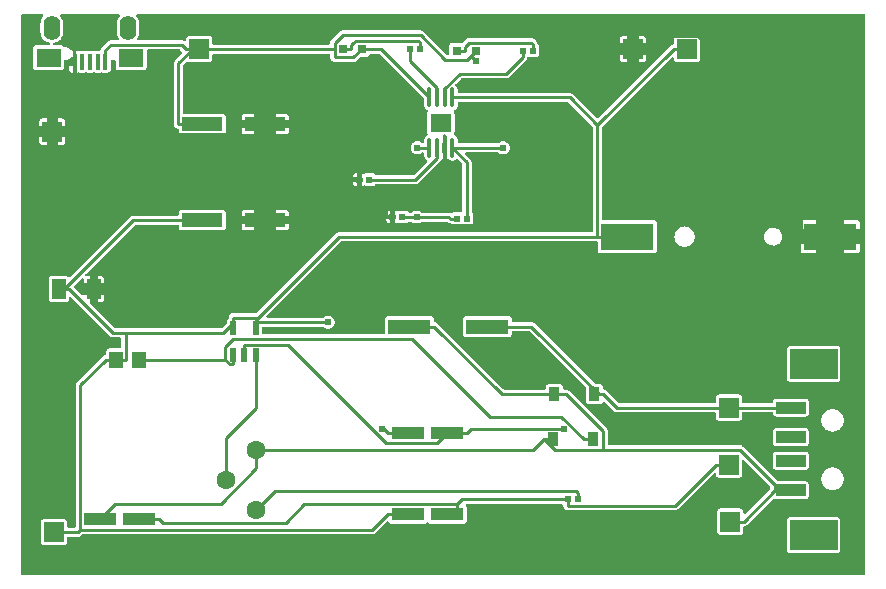
<source format=gtl>
G04 Layer: TopLayer*
G04 EasyEDA v6.5.51, 2025-09-24 14:11:52*
G04 3cc6f75c99854130816e6aad485a8a88,01ea995e815642bba8bbaaaafbe3517a,10*
G04 Gerber Generator version 0.2*
G04 Scale: 100 percent, Rotated: No, Reflected: No *
G04 Dimensions in millimeters *
G04 leading zeros omitted , absolute positions ,4 integer and 5 decimal *
%FSLAX45Y45*%
%MOMM*%

%AMMACRO1*21,1,$1,$2,0,0,$3*%
%ADD10C,0.2540*%
%ADD11R,4.5000X2.3000*%
%ADD12R,2.8000X1.1000*%
%ADD13R,3.5000X1.2000*%
%ADD14R,3.6100X1.2600*%
%ADD15MACRO1,1.26X3.61X90.0000*%
%ADD16R,0.9500X1.1500*%
%ADD17R,0.8000X0.8000*%
%ADD18R,0.0117X0.8000*%
%ADD19MACRO1,1.377X1.1325X90.0000*%
%ADD20MACRO1,0.54X0.5656X90.0000*%
%ADD21MACRO1,1.701X1.2075X90.0000*%
%ADD22R,0.4900X1.1570*%
%ADD23R,0.4900X1.1750*%
%ADD24O,0.364007X1.661998*%
%ADD25R,1.8000X1.5000*%
%ADD26MACRO1,2.4994X1.0008X0.0000*%
%ADD27MACRO1,2.4994X0.9982X0.0000*%
%ADD28MACRO1,4.0005X2.4994X0.0000*%
%ADD29MACRO1,4.0005X2.5019X0.0000*%
%ADD30R,0.4000X1.3500*%
%ADD31R,2.1000X1.6000*%
%ADD32R,1.7000X1.7000*%
%ADD33C,1.6000*%
%ADD34O,1.399997X2.099996*%
%ADD35C,0.6096*%

%LPD*%
G36*
X736092Y2125878D02*
G01*
X732180Y2126691D01*
X728878Y2128875D01*
X726694Y2132177D01*
X725932Y2136038D01*
X725932Y6863892D01*
X726694Y6867804D01*
X728878Y6871106D01*
X732180Y6873290D01*
X736092Y6874052D01*
X904748Y6874052D01*
X908608Y6873341D01*
X911860Y6871208D01*
X914095Y6867956D01*
X914908Y6864146D01*
X914247Y6860286D01*
X903681Y6845249D01*
X897636Y6833666D01*
X893267Y6821322D01*
X890625Y6808520D01*
X889711Y6795109D01*
X889711Y6725767D01*
X890625Y6712407D01*
X893267Y6699554D01*
X897636Y6687261D01*
X903681Y6675628D01*
X911199Y6664909D01*
X920140Y6655358D01*
X930300Y6647129D01*
X941476Y6640322D01*
X953465Y6635089D01*
X967333Y6631330D01*
X970991Y6629400D01*
X973632Y6626199D01*
X974750Y6622237D01*
X974191Y6618122D01*
X972058Y6614566D01*
X968705Y6612178D01*
X964641Y6611366D01*
X853694Y6611366D01*
X847344Y6610654D01*
X841908Y6608724D01*
X836980Y6605625D01*
X832916Y6601561D01*
X829818Y6596634D01*
X827887Y6591198D01*
X827176Y6584848D01*
X827176Y6425996D01*
X827887Y6419697D01*
X829818Y6414211D01*
X832916Y6409334D01*
X836980Y6405219D01*
X841908Y6402171D01*
X847344Y6400241D01*
X853694Y6399530D01*
X1062532Y6399530D01*
X1068832Y6400241D01*
X1074318Y6402171D01*
X1079195Y6405219D01*
X1083310Y6409334D01*
X1086408Y6414211D01*
X1088288Y6419697D01*
X1088999Y6425996D01*
X1088999Y6477660D01*
X1089863Y6481724D01*
X1092301Y6485128D01*
X1095908Y6487261D01*
X1100074Y6487769D01*
X1108100Y6487058D01*
X1117346Y6487871D01*
X1126337Y6490309D01*
X1134770Y6494221D01*
X1142390Y6499555D01*
X1148994Y6506159D01*
X1150772Y6508699D01*
X1153058Y6511035D01*
X1155903Y6512509D01*
X1159103Y6513068D01*
X1161745Y6513068D01*
X1161745Y6566357D01*
X1156970Y6566865D01*
X1154074Y6568338D01*
X1151839Y6570675D01*
X1148994Y6574739D01*
X1142390Y6581343D01*
X1134770Y6586677D01*
X1126337Y6590588D01*
X1117346Y6592976D01*
X1108100Y6593789D01*
X1098854Y6592976D01*
X1097381Y6592620D01*
X1093114Y6592417D01*
X1089152Y6593941D01*
X1086154Y6597040D01*
X1083310Y6601561D01*
X1079195Y6605625D01*
X1074318Y6608724D01*
X1068832Y6610654D01*
X1062532Y6611366D01*
X1006551Y6611366D01*
X1002537Y6612178D01*
X999134Y6614566D01*
X997000Y6618122D01*
X996442Y6622237D01*
X997559Y6626199D01*
X1000201Y6629400D01*
X1003858Y6631330D01*
X1017727Y6635089D01*
X1029716Y6640322D01*
X1040892Y6647129D01*
X1051052Y6655358D01*
X1059992Y6664909D01*
X1067511Y6675628D01*
X1073556Y6687261D01*
X1077925Y6699554D01*
X1080566Y6712407D01*
X1081532Y6725767D01*
X1081532Y6795109D01*
X1080566Y6808520D01*
X1077925Y6821322D01*
X1073556Y6833666D01*
X1067511Y6845249D01*
X1056944Y6860286D01*
X1056284Y6864146D01*
X1057148Y6867956D01*
X1059332Y6871208D01*
X1062583Y6873341D01*
X1066444Y6874052D01*
X1549755Y6874052D01*
X1553616Y6873341D01*
X1556867Y6871208D01*
X1559052Y6867956D01*
X1559915Y6864146D01*
X1559255Y6860286D01*
X1548688Y6845249D01*
X1542643Y6833666D01*
X1538274Y6821322D01*
X1535633Y6808520D01*
X1534718Y6795109D01*
X1534718Y6725767D01*
X1535633Y6712407D01*
X1538274Y6699554D01*
X1542643Y6687261D01*
X1548688Y6675628D01*
X1553921Y6668160D01*
X1555648Y6664096D01*
X1555445Y6659727D01*
X1553413Y6655816D01*
X1549908Y6653123D01*
X1545640Y6652158D01*
X1483715Y6652158D01*
X1475689Y6651345D01*
X1468475Y6649161D01*
X1461820Y6645605D01*
X1455572Y6640525D01*
X1411173Y6596075D01*
X1406042Y6589826D01*
X1402486Y6583172D01*
X1399184Y6571945D01*
X1396949Y6568998D01*
X1393799Y6567017D01*
X1390142Y6566357D01*
X1353667Y6566357D01*
X1347368Y6565646D01*
X1343964Y6564477D01*
X1340612Y6563868D01*
X1337259Y6564477D01*
X1333855Y6565646D01*
X1327556Y6566357D01*
X1288694Y6566357D01*
X1282344Y6565646D01*
X1278940Y6564426D01*
X1275588Y6563868D01*
X1272235Y6564426D01*
X1268831Y6565646D01*
X1262532Y6566357D01*
X1223670Y6566357D01*
X1217371Y6565646D01*
X1213967Y6564477D01*
X1210614Y6563868D01*
X1207262Y6564477D01*
X1203858Y6565646D01*
X1197508Y6566357D01*
X1194460Y6566357D01*
X1194460Y6509816D01*
X1196492Y6506616D01*
X1197203Y6502907D01*
X1197203Y6443014D01*
X1196492Y6439255D01*
X1194460Y6436055D01*
X1194460Y6379514D01*
X1197508Y6379514D01*
X1203858Y6380226D01*
X1207262Y6381445D01*
X1210614Y6382004D01*
X1213967Y6381445D01*
X1217371Y6380226D01*
X1223670Y6379514D01*
X1262532Y6379514D01*
X1268831Y6380226D01*
X1272235Y6381445D01*
X1275588Y6382004D01*
X1278940Y6381445D01*
X1282344Y6380226D01*
X1288694Y6379514D01*
X1327556Y6379514D01*
X1333855Y6380226D01*
X1337259Y6381445D01*
X1340612Y6382004D01*
X1343964Y6381445D01*
X1347368Y6380226D01*
X1353667Y6379514D01*
X1392529Y6379514D01*
X1398828Y6380226D01*
X1402232Y6381445D01*
X1405585Y6382004D01*
X1408938Y6381445D01*
X1412341Y6380226D01*
X1418691Y6379514D01*
X1457553Y6379514D01*
X1463852Y6380226D01*
X1469339Y6382156D01*
X1474216Y6385255D01*
X1478330Y6389319D01*
X1481378Y6394246D01*
X1483309Y6399682D01*
X1484020Y6406032D01*
X1484020Y6478625D01*
X1484680Y6482232D01*
X1486611Y6485432D01*
X1489557Y6487668D01*
X1493113Y6488734D01*
X1496822Y6488430D01*
X1498854Y6487871D01*
X1508099Y6487058D01*
X1516126Y6487769D01*
X1520291Y6487261D01*
X1523898Y6485128D01*
X1526336Y6481724D01*
X1527200Y6477660D01*
X1527200Y6425996D01*
X1527911Y6419697D01*
X1529791Y6414211D01*
X1532890Y6409334D01*
X1537004Y6405219D01*
X1541881Y6402171D01*
X1547368Y6400241D01*
X1553667Y6399530D01*
X1762506Y6399530D01*
X1768856Y6400241D01*
X1774291Y6402171D01*
X1779219Y6405219D01*
X1783283Y6409334D01*
X1786382Y6414211D01*
X1788312Y6419697D01*
X1789023Y6425996D01*
X1789023Y6564782D01*
X1789785Y6568694D01*
X1791970Y6571945D01*
X1795272Y6574180D01*
X1799183Y6574942D01*
X2067102Y6574942D01*
X2070963Y6574180D01*
X2074265Y6571945D01*
X2088692Y6557518D01*
X2090928Y6554266D01*
X2091689Y6550355D01*
X2090928Y6546494D01*
X2088692Y6543192D01*
X2030425Y6484874D01*
X2025294Y6478625D01*
X2021738Y6471970D01*
X2019554Y6464757D01*
X2018741Y6456730D01*
X2018741Y5944108D01*
X2019554Y5936081D01*
X2021738Y5928868D01*
X2025294Y5922162D01*
X2030069Y5916320D01*
X2035911Y5911545D01*
X2042617Y5907989D01*
X2053793Y5904687D01*
X2056739Y5902452D01*
X2058720Y5899302D01*
X2059381Y5895644D01*
X2059381Y5884164D01*
X2060092Y5877864D01*
X2062022Y5872378D01*
X2065070Y5867501D01*
X2069185Y5863386D01*
X2074062Y5860338D01*
X2079548Y5858408D01*
X2085848Y5857697D01*
X2434742Y5857697D01*
X2441041Y5858408D01*
X2446528Y5860338D01*
X2451404Y5863386D01*
X2455519Y5867501D01*
X2458567Y5872378D01*
X2460498Y5877864D01*
X2461209Y5884164D01*
X2461209Y6003036D01*
X2460498Y6009335D01*
X2458567Y6014821D01*
X2455519Y6019698D01*
X2451404Y6023813D01*
X2446528Y6026861D01*
X2441041Y6028791D01*
X2434742Y6029502D01*
X2106117Y6029502D01*
X2102256Y6030264D01*
X2098954Y6032500D01*
X2096719Y6035802D01*
X2095957Y6039662D01*
X2095957Y6437020D01*
X2096719Y6440881D01*
X2098954Y6444183D01*
X2124710Y6469938D01*
X2127453Y6471920D01*
X2130755Y6472885D01*
X2134158Y6472682D01*
X2138984Y6470294D01*
X2144471Y6468414D01*
X2150770Y6467703D01*
X2319629Y6467703D01*
X2325928Y6468414D01*
X2331415Y6470294D01*
X2336292Y6473393D01*
X2340406Y6477508D01*
X2343505Y6482384D01*
X2345385Y6487871D01*
X2346096Y6494170D01*
X2346096Y6529831D01*
X2346858Y6533743D01*
X2349093Y6536994D01*
X2352395Y6539230D01*
X2356256Y6539992D01*
X3330600Y6539992D01*
X3334512Y6539230D01*
X3337763Y6536994D01*
X3339998Y6533743D01*
X3340760Y6529831D01*
X3340760Y6515455D01*
X3341573Y6507429D01*
X3343757Y6500215D01*
X3347313Y6493560D01*
X3352444Y6487312D01*
X3359099Y6480657D01*
X3365347Y6475526D01*
X3372002Y6471970D01*
X3379215Y6469786D01*
X3387242Y6468973D01*
X3539032Y6468973D01*
X3547059Y6469786D01*
X3554272Y6471970D01*
X3560927Y6475526D01*
X3567176Y6480657D01*
X3596284Y6509715D01*
X3599535Y6511950D01*
X3603447Y6512712D01*
X3649979Y6512712D01*
X3656279Y6513423D01*
X3661765Y6515303D01*
X3666642Y6518402D01*
X3670757Y6522516D01*
X3673856Y6527393D01*
X3675837Y6533184D01*
X3678021Y6536740D01*
X3681374Y6539128D01*
X3685438Y6539992D01*
X3753002Y6539992D01*
X3756863Y6539230D01*
X3760165Y6536994D01*
X4135323Y6161887D01*
X4137507Y6158585D01*
X4138269Y6154724D01*
X4138269Y6104991D01*
X4139082Y6096406D01*
X4141317Y6088583D01*
X4144924Y6081318D01*
X4149851Y6074816D01*
X4155846Y6069330D01*
X4162755Y6065062D01*
X4165955Y6063843D01*
X4169257Y6061710D01*
X4171543Y6058509D01*
X4172407Y6054648D01*
X4171797Y6050788D01*
X4166615Y6042507D01*
X4164685Y6037072D01*
X4163974Y6030722D01*
X4163974Y5881878D01*
X4164685Y5875528D01*
X4166615Y5870092D01*
X4171797Y5861812D01*
X4172407Y5857951D01*
X4171543Y5854090D01*
X4169257Y5850890D01*
X4165955Y5848756D01*
X4162755Y5847537D01*
X4155846Y5843270D01*
X4149851Y5837783D01*
X4144924Y5831281D01*
X4141317Y5824016D01*
X4139082Y5816193D01*
X4138269Y5807608D01*
X4138269Y5791962D01*
X4137507Y5788101D01*
X4135323Y5784799D01*
X4132021Y5782564D01*
X4126534Y5781802D01*
X4122674Y5782564D01*
X4119372Y5784799D01*
X4117797Y5786374D01*
X4109720Y5792012D01*
X4100829Y5796127D01*
X4091330Y5798667D01*
X4081576Y5799531D01*
X4071772Y5798667D01*
X4062272Y5796127D01*
X4053382Y5792012D01*
X4045356Y5786374D01*
X4038396Y5779414D01*
X4032758Y5771388D01*
X4028592Y5762447D01*
X4026052Y5752998D01*
X4025188Y5743194D01*
X4026052Y5733389D01*
X4028592Y5723940D01*
X4032758Y5715000D01*
X4038396Y5706973D01*
X4045356Y5700014D01*
X4053382Y5694375D01*
X4062272Y5690260D01*
X4071772Y5687720D01*
X4081576Y5686856D01*
X4091330Y5687720D01*
X4100829Y5690260D01*
X4109720Y5694375D01*
X4117797Y5700014D01*
X4119372Y5701588D01*
X4122674Y5703824D01*
X4128109Y5704586D01*
X4132021Y5703824D01*
X4135323Y5701588D01*
X4137507Y5698337D01*
X4138269Y5694426D01*
X4138269Y5678779D01*
X4139082Y5670194D01*
X4141317Y5662371D01*
X4144924Y5655106D01*
X4149851Y5648604D01*
X4155846Y5643118D01*
X4158640Y5641441D01*
X4161332Y5638952D01*
X4163009Y5635752D01*
X4163415Y5632145D01*
X4162551Y5628589D01*
X4160469Y5625592D01*
X4050131Y5515305D01*
X4046829Y5513070D01*
X4042968Y5512308D01*
X3732428Y5512308D01*
X3729177Y5512866D01*
X3726230Y5514390D01*
X3719880Y5520893D01*
X3714953Y5523992D01*
X3709517Y5525871D01*
X3703218Y5526582D01*
X3647744Y5526582D01*
X3641445Y5525871D01*
X3635552Y5523839D01*
X3632200Y5523280D01*
X3628847Y5523839D01*
X3622954Y5525871D01*
X3616655Y5526582D01*
X3609390Y5526582D01*
X3609390Y5493562D01*
X3611118Y5493562D01*
X3615029Y5492800D01*
X3618331Y5490565D01*
X3620515Y5487263D01*
X3621278Y5483402D01*
X3621278Y5463997D01*
X3620515Y5460136D01*
X3618331Y5456834D01*
X3615029Y5454599D01*
X3611118Y5453837D01*
X3609390Y5453837D01*
X3609390Y5420766D01*
X3616655Y5420766D01*
X3622954Y5421528D01*
X3628847Y5423560D01*
X3632200Y5424119D01*
X3635552Y5423560D01*
X3641445Y5421528D01*
X3647744Y5420766D01*
X3703218Y5420766D01*
X3709517Y5421528D01*
X3714953Y5423408D01*
X3719880Y5426506D01*
X3726230Y5433009D01*
X3729177Y5434533D01*
X3732428Y5435092D01*
X4062679Y5435092D01*
X4070705Y5435904D01*
X4077919Y5438089D01*
X4084574Y5441645D01*
X4090822Y5446776D01*
X4274362Y5630316D01*
X4279595Y5636666D01*
X4282338Y5639003D01*
X4285742Y5640222D01*
X4289399Y5640171D01*
X4296968Y5637225D01*
X4296968Y5696458D01*
X4294479Y5698286D01*
X4292295Y5701588D01*
X4291533Y5705449D01*
X4291533Y5780938D01*
X4292193Y5784545D01*
X4294073Y5787694D01*
X4296968Y5789930D01*
X4296968Y5845251D01*
X4297730Y5849112D01*
X4299915Y5852414D01*
X4303217Y5854598D01*
X4307128Y5855411D01*
X4317695Y5855411D01*
X4321556Y5854598D01*
X4324858Y5852414D01*
X4327093Y5849112D01*
X4327855Y5845251D01*
X4327855Y5789930D01*
X4330750Y5787694D01*
X4332630Y5784545D01*
X4333290Y5780938D01*
X4333290Y5705449D01*
X4332630Y5701842D01*
X4330750Y5698744D01*
X4327855Y5696458D01*
X4327855Y5637225D01*
X4332020Y5638850D01*
X4339539Y5643524D01*
X4343044Y5644845D01*
X4346752Y5644845D01*
X4350258Y5643524D01*
X4357776Y5638850D01*
X4365345Y5635904D01*
X4373321Y5634431D01*
X4381449Y5634431D01*
X4389475Y5635904D01*
X4397044Y5638850D01*
X4403953Y5643118D01*
X4406696Y5645607D01*
X4409948Y5647639D01*
X4413758Y5648248D01*
X4417517Y5647436D01*
X4420717Y5645302D01*
X4459376Y5606592D01*
X4461611Y5603290D01*
X4462373Y5599430D01*
X4462373Y5205120D01*
X4461662Y5201361D01*
X4459579Y5198110D01*
X4456430Y5195874D01*
X4452670Y5195011D01*
X4442155Y5196382D01*
X4386681Y5196382D01*
X4380382Y5195671D01*
X4374946Y5193792D01*
X4371492Y5191607D01*
X4368190Y5190286D01*
X4364634Y5190185D01*
X4360265Y5191810D01*
X4353001Y5193995D01*
X4344974Y5194808D01*
X4119473Y5194808D01*
X4115612Y5195570D01*
X4112310Y5197805D01*
X4110736Y5199380D01*
X4102658Y5205018D01*
X4093768Y5209133D01*
X4084269Y5211673D01*
X4074515Y5212537D01*
X4064711Y5211673D01*
X4055211Y5209133D01*
X4046321Y5205018D01*
X4038295Y5199380D01*
X4036669Y5197805D01*
X4033418Y5195570D01*
X4029506Y5194808D01*
X4011828Y5194808D01*
X4008577Y5195366D01*
X4005630Y5196890D01*
X3999280Y5203393D01*
X3994353Y5206492D01*
X3988917Y5208371D01*
X3982618Y5209082D01*
X3927144Y5209082D01*
X3920845Y5208371D01*
X3914952Y5206339D01*
X3911600Y5205780D01*
X3908247Y5206339D01*
X3902354Y5208371D01*
X3896055Y5209082D01*
X3888790Y5209082D01*
X3888790Y5176062D01*
X3890518Y5176062D01*
X3894429Y5175300D01*
X3897731Y5173065D01*
X3899915Y5169763D01*
X3900678Y5165902D01*
X3900678Y5146497D01*
X3899915Y5142636D01*
X3897731Y5139334D01*
X3894429Y5137099D01*
X3890518Y5136337D01*
X3888790Y5136337D01*
X3888790Y5103266D01*
X3896055Y5103266D01*
X3902354Y5104028D01*
X3908247Y5106060D01*
X3911600Y5106619D01*
X3914952Y5106060D01*
X3920845Y5104028D01*
X3927144Y5103266D01*
X3982618Y5103266D01*
X3988917Y5104028D01*
X3994353Y5105908D01*
X3999280Y5109006D01*
X4005630Y5115509D01*
X4008577Y5117033D01*
X4011828Y5117592D01*
X4029506Y5117592D01*
X4033418Y5116830D01*
X4036669Y5114594D01*
X4038295Y5113020D01*
X4046321Y5107381D01*
X4055211Y5103266D01*
X4064711Y5100726D01*
X4074515Y5099862D01*
X4084269Y5100726D01*
X4093768Y5103266D01*
X4102658Y5107381D01*
X4110736Y5113020D01*
X4112310Y5114594D01*
X4115612Y5116830D01*
X4119473Y5117592D01*
X4325620Y5117592D01*
X4329074Y5116982D01*
X4332071Y5115306D01*
X4336745Y5111445D01*
X4343450Y5107889D01*
X4350664Y5105704D01*
X4358436Y5104942D01*
X4362704Y5103520D01*
X4370019Y5096306D01*
X4374946Y5093208D01*
X4380382Y5091328D01*
X4386681Y5090566D01*
X4442155Y5090566D01*
X4448454Y5091328D01*
X4454347Y5093360D01*
X4457700Y5093919D01*
X4461052Y5093360D01*
X4466945Y5091328D01*
X4473244Y5090566D01*
X4528718Y5090566D01*
X4535017Y5091328D01*
X4540453Y5093208D01*
X4545380Y5096306D01*
X4549444Y5100370D01*
X4552543Y5105298D01*
X4554474Y5110734D01*
X4555185Y5117084D01*
X4555185Y5169916D01*
X4554474Y5176266D01*
X4552543Y5181701D01*
X4549444Y5186629D01*
X4545380Y5190693D01*
X4541824Y5193639D01*
X4540148Y5196586D01*
X4539589Y5199938D01*
X4539589Y5619140D01*
X4538827Y5627166D01*
X4536592Y5634380D01*
X4533036Y5641035D01*
X4527956Y5647283D01*
X4488078Y5687161D01*
X4485843Y5690463D01*
X4485081Y5694324D01*
X4485843Y5698236D01*
X4488078Y5701487D01*
X4491380Y5703722D01*
X4495241Y5704484D01*
X4761890Y5704484D01*
X4765802Y5703722D01*
X4769053Y5701487D01*
X4770678Y5699912D01*
X4778705Y5694273D01*
X4787595Y5690158D01*
X4797094Y5687618D01*
X4806899Y5686755D01*
X4816652Y5687618D01*
X4826152Y5690158D01*
X4835042Y5694273D01*
X4843119Y5699912D01*
X4850028Y5706872D01*
X4855667Y5714898D01*
X4859832Y5723839D01*
X4862372Y5733288D01*
X4863236Y5743092D01*
X4862372Y5752896D01*
X4859832Y5762345D01*
X4855667Y5771286D01*
X4850028Y5779312D01*
X4843119Y5786272D01*
X4835042Y5791911D01*
X4826152Y5796026D01*
X4816652Y5798566D01*
X4806899Y5799429D01*
X4797094Y5798566D01*
X4787595Y5796026D01*
X4778705Y5791911D01*
X4770678Y5786272D01*
X4769053Y5784697D01*
X4765802Y5782462D01*
X4761890Y5781700D01*
X4431690Y5781700D01*
X4427778Y5782462D01*
X4424476Y5784697D01*
X4422292Y5787999D01*
X4421530Y5791860D01*
X4421530Y5807608D01*
X4420717Y5816193D01*
X4418482Y5824016D01*
X4414875Y5831281D01*
X4409948Y5837783D01*
X4403953Y5843270D01*
X4397044Y5847537D01*
X4393844Y5848756D01*
X4390542Y5850890D01*
X4388256Y5854090D01*
X4387392Y5857951D01*
X4388002Y5861812D01*
X4393184Y5870092D01*
X4395114Y5875528D01*
X4395825Y5881878D01*
X4395825Y6030722D01*
X4395114Y6037072D01*
X4393184Y6042507D01*
X4388002Y6050788D01*
X4387392Y6054648D01*
X4388256Y6058509D01*
X4390542Y6061710D01*
X4393844Y6063843D01*
X4397044Y6065062D01*
X4403953Y6069330D01*
X4409948Y6074816D01*
X4414875Y6081318D01*
X4418482Y6088583D01*
X4420717Y6096406D01*
X4421530Y6104991D01*
X4421530Y6120638D01*
X4422292Y6124549D01*
X4424476Y6127800D01*
X4427778Y6130036D01*
X4431690Y6130798D01*
X5349951Y6130798D01*
X5353812Y6130036D01*
X5357114Y6127800D01*
X5563768Y5921197D01*
X5565952Y5917895D01*
X5566765Y5913983D01*
X5566765Y5039868D01*
X5565952Y5036007D01*
X5563768Y5032705D01*
X5560466Y5030470D01*
X5556605Y5029708D01*
X3420262Y5029708D01*
X3412236Y5028895D01*
X3405022Y5026710D01*
X3398367Y5023154D01*
X3392119Y5018074D01*
X2719730Y4345635D01*
X2715971Y4343247D01*
X2710688Y4342790D01*
X2521712Y4342790D01*
X2513685Y4341977D01*
X2506472Y4339793D01*
X2499766Y4336237D01*
X2493924Y4331462D01*
X2489149Y4325620D01*
X2485593Y4318965D01*
X2483408Y4311700D01*
X2482596Y4302658D01*
X2481834Y4298746D01*
X2479598Y4295444D01*
X2476500Y4292346D01*
X2473401Y4287418D01*
X2471521Y4281982D01*
X2470810Y4275632D01*
X2470810Y4269232D01*
X2469997Y4265320D01*
X2467813Y4262018D01*
X2423007Y4217263D01*
X2419705Y4215028D01*
X2415844Y4214266D01*
X1525422Y4214266D01*
X1521510Y4215028D01*
X1518208Y4217263D01*
X1308100Y4427372D01*
X1305915Y4430674D01*
X1305153Y4434535D01*
X1305153Y4497730D01*
X1252728Y4497730D01*
X1249426Y4495342D01*
X1245463Y4494428D01*
X1241450Y4495190D01*
X1238046Y4497425D01*
X1173988Y4561484D01*
X1171752Y4564786D01*
X1170990Y4568698D01*
X1171752Y4572558D01*
X1173988Y4575860D01*
X1238199Y4640122D01*
X1241653Y4642358D01*
X1245768Y4643069D01*
X1249781Y4642053D01*
X1253083Y4639564D01*
X1255064Y4635906D01*
X1255369Y4631080D01*
X1255369Y4595469D01*
X1305153Y4595469D01*
X1305153Y4657547D01*
X1281887Y4657547D01*
X1277061Y4657852D01*
X1273403Y4659884D01*
X1270863Y4663186D01*
X1269898Y4667199D01*
X1270558Y4671263D01*
X1272844Y4674768D01*
X1687322Y5089194D01*
X1690624Y5091430D01*
X1694484Y5092192D01*
X2049221Y5092192D01*
X2053132Y5091430D01*
X2056434Y5089194D01*
X2058619Y5085943D01*
X2059381Y5082032D01*
X2059381Y5071364D01*
X2060092Y5065064D01*
X2062022Y5059578D01*
X2065070Y5054701D01*
X2069185Y5050586D01*
X2074062Y5047538D01*
X2079548Y5045608D01*
X2085848Y5044897D01*
X2434742Y5044897D01*
X2441041Y5045608D01*
X2446528Y5047538D01*
X2451404Y5050586D01*
X2455519Y5054701D01*
X2458567Y5059578D01*
X2460498Y5065064D01*
X2461209Y5071364D01*
X2461209Y5190236D01*
X2460498Y5196535D01*
X2458567Y5202021D01*
X2455519Y5206898D01*
X2451404Y5211013D01*
X2446528Y5214061D01*
X2441041Y5215991D01*
X2434742Y5216702D01*
X2085848Y5216702D01*
X2079548Y5215991D01*
X2074062Y5214061D01*
X2069185Y5211013D01*
X2065070Y5206898D01*
X2062022Y5202021D01*
X2060092Y5196535D01*
X2059381Y5190236D01*
X2059381Y5179568D01*
X2058619Y5175707D01*
X2056434Y5172405D01*
X2053132Y5170170D01*
X2049221Y5169408D01*
X1674774Y5169408D01*
X1666748Y5168595D01*
X1659534Y5166410D01*
X1652879Y5162854D01*
X1646631Y5157774D01*
X1138783Y4649876D01*
X1135481Y4647692D01*
X1131570Y4646879D01*
X1127709Y4647692D01*
X1124407Y4649876D01*
X1122426Y4651857D01*
X1117498Y4654956D01*
X1112062Y4656836D01*
X1105712Y4657547D01*
X986129Y4657547D01*
X979779Y4656836D01*
X974344Y4654956D01*
X969416Y4651857D01*
X965352Y4647742D01*
X962253Y4642866D01*
X960374Y4637379D01*
X959662Y4631080D01*
X959662Y4462119D01*
X960374Y4455820D01*
X962253Y4450334D01*
X965352Y4445457D01*
X969416Y4441342D01*
X974344Y4438243D01*
X979779Y4436364D01*
X986129Y4435652D01*
X1105712Y4435652D01*
X1112062Y4436364D01*
X1117498Y4438243D01*
X1122426Y4441342D01*
X1126490Y4445457D01*
X1129588Y4450334D01*
X1131519Y4455820D01*
X1132230Y4462119D01*
X1132230Y4469536D01*
X1132992Y4473397D01*
X1135176Y4476699D01*
X1138478Y4478934D01*
X1142390Y4479696D01*
X1146251Y4478934D01*
X1149553Y4476699D01*
X1477568Y4148734D01*
X1483766Y4143603D01*
X1490472Y4140047D01*
X1497685Y4137863D01*
X1505712Y4137050D01*
X1564792Y4137050D01*
X1568704Y4136288D01*
X1571955Y4134053D01*
X1574190Y4130801D01*
X1574952Y4126890D01*
X1574952Y4054652D01*
X1574190Y4050741D01*
X1571955Y4047439D01*
X1568704Y4045254D01*
X1564792Y4044492D01*
X1472895Y4044492D01*
X1466596Y4043781D01*
X1461109Y4041851D01*
X1456232Y4038752D01*
X1452118Y4034688D01*
X1449070Y4029760D01*
X1447139Y4024325D01*
X1446428Y4017975D01*
X1446428Y3997655D01*
X1445768Y3993997D01*
X1443786Y3990848D01*
X1440840Y3988612D01*
X1429613Y3985310D01*
X1422958Y3981754D01*
X1416710Y3976674D01*
X1198422Y3758336D01*
X1193292Y3752087D01*
X1189736Y3745433D01*
X1187551Y3738219D01*
X1186738Y3730193D01*
X1186738Y2537968D01*
X1185976Y2534107D01*
X1183741Y2530805D01*
X1180490Y2528570D01*
X1176578Y2527808D01*
X1124356Y2527808D01*
X1120495Y2528570D01*
X1117193Y2530805D01*
X1114958Y2534107D01*
X1114196Y2537968D01*
X1114196Y2573629D01*
X1113485Y2579928D01*
X1111605Y2585415D01*
X1108506Y2590292D01*
X1104392Y2594406D01*
X1099515Y2597505D01*
X1094028Y2599385D01*
X1087729Y2600096D01*
X918870Y2600096D01*
X912571Y2599385D01*
X907084Y2597505D01*
X902208Y2594406D01*
X898093Y2590292D01*
X894994Y2585415D01*
X893114Y2579928D01*
X892403Y2573629D01*
X892403Y2404770D01*
X893114Y2398471D01*
X894994Y2392984D01*
X898093Y2388108D01*
X902208Y2383993D01*
X907084Y2380894D01*
X912571Y2379014D01*
X918870Y2378303D01*
X1087729Y2378303D01*
X1094028Y2379014D01*
X1099515Y2380894D01*
X1104392Y2383993D01*
X1108506Y2388108D01*
X1111605Y2392984D01*
X1113485Y2398471D01*
X1114196Y2404770D01*
X1114196Y2440432D01*
X1114958Y2444343D01*
X1117193Y2447594D01*
X1120495Y2449830D01*
X1124356Y2450592D01*
X1205788Y2450592D01*
X1213815Y2451404D01*
X1221079Y2453589D01*
X1227734Y2457145D01*
X1233932Y2462276D01*
X1238351Y2466644D01*
X1241653Y2468880D01*
X1245565Y2469642D01*
X3697732Y2469642D01*
X3705758Y2470454D01*
X3712972Y2472639D01*
X3719626Y2476195D01*
X3725875Y2481326D01*
X3820972Y2576423D01*
X3823970Y2578455D01*
X3827475Y2579370D01*
X3831082Y2578963D01*
X3834282Y2577287D01*
X3836771Y2574645D01*
X3839362Y2570480D01*
X3843426Y2566416D01*
X3848354Y2563317D01*
X3853789Y2561386D01*
X3860139Y2560675D01*
X4138980Y2560675D01*
X4145330Y2561386D01*
X4150766Y2563317D01*
X4155643Y2566416D01*
X4158437Y2569159D01*
X4161739Y2571343D01*
X4165600Y2572105D01*
X4169511Y2571343D01*
X4172762Y2569159D01*
X4175556Y2566416D01*
X4180433Y2563317D01*
X4185920Y2561386D01*
X4192219Y2560675D01*
X4471060Y2560675D01*
X4477410Y2561386D01*
X4482846Y2563317D01*
X4487773Y2566416D01*
X4491837Y2570480D01*
X4494936Y2575407D01*
X4496866Y2580843D01*
X4497578Y2587193D01*
X4497578Y2696006D01*
X4496866Y2702356D01*
X4494936Y2707792D01*
X4489704Y2716022D01*
X4488942Y2719882D01*
X4489754Y2723743D01*
X4491939Y2727045D01*
X4495241Y2729230D01*
X4499102Y2729992D01*
X5297271Y2729992D01*
X5300522Y2729433D01*
X5303469Y2727909D01*
X5309819Y2721406D01*
X5313324Y2718612D01*
X5314950Y2716022D01*
X5315712Y2713024D01*
X5316423Y2706116D01*
X5318607Y2698902D01*
X5322163Y2692196D01*
X5326938Y2686354D01*
X5332933Y2681427D01*
X5339588Y2677871D01*
X5346801Y2675686D01*
X5354828Y2674924D01*
X6257645Y2674924D01*
X6265672Y2675686D01*
X6272936Y2677871D01*
X6279591Y2681427D01*
X6285788Y2686558D01*
X6590030Y2990799D01*
X6593331Y2992983D01*
X6597243Y2993796D01*
X6601104Y2992983D01*
X6604406Y2990799D01*
X6606641Y2987497D01*
X6607403Y2983636D01*
X6607403Y2976270D01*
X6608114Y2969971D01*
X6609994Y2964484D01*
X6613093Y2959608D01*
X6617208Y2955493D01*
X6622084Y2952394D01*
X6627571Y2950514D01*
X6633870Y2949803D01*
X6802729Y2949803D01*
X6809028Y2950514D01*
X6814515Y2952394D01*
X6819392Y2955493D01*
X6823506Y2959608D01*
X6826605Y2964484D01*
X6828485Y2969971D01*
X6829196Y2976270D01*
X6829196Y3089249D01*
X6829958Y3093110D01*
X6832193Y3096412D01*
X6835495Y3098647D01*
X6839356Y3099409D01*
X6843268Y3098647D01*
X6846570Y3096412D01*
X7067499Y2875483D01*
X7069683Y2872181D01*
X7070496Y2868269D01*
X7070496Y2863392D01*
X7069683Y2859532D01*
X7067499Y2856230D01*
X6859270Y2647950D01*
X6855968Y2645765D01*
X6852056Y2645003D01*
X6848195Y2645765D01*
X6844893Y2647950D01*
X6842658Y2651252D01*
X6841896Y2655163D01*
X6841896Y2662529D01*
X6841185Y2668828D01*
X6839305Y2674315D01*
X6836206Y2679192D01*
X6832092Y2683306D01*
X6827215Y2686405D01*
X6821728Y2688285D01*
X6815429Y2688996D01*
X6646570Y2688996D01*
X6640271Y2688285D01*
X6634784Y2686405D01*
X6629908Y2683306D01*
X6625793Y2679192D01*
X6622694Y2674315D01*
X6620814Y2668828D01*
X6620103Y2662529D01*
X6620103Y2493670D01*
X6620814Y2487371D01*
X6622694Y2481884D01*
X6625793Y2477008D01*
X6629908Y2472893D01*
X6634784Y2469794D01*
X6640271Y2467914D01*
X6646570Y2467203D01*
X6815429Y2467203D01*
X6821728Y2467914D01*
X6827215Y2469794D01*
X6832092Y2472893D01*
X6836206Y2477008D01*
X6839305Y2481884D01*
X6841185Y2487371D01*
X6841896Y2493670D01*
X6841896Y2530144D01*
X6842607Y2533802D01*
X6844538Y2536952D01*
X6847484Y2539187D01*
X6858762Y2542489D01*
X6865416Y2546045D01*
X6871614Y2551176D01*
X7091425Y2770936D01*
X7094220Y2772918D01*
X7097471Y2773883D01*
X7100874Y2773680D01*
X7104024Y2772359D01*
X7107936Y2769920D01*
X7113371Y2768041D01*
X7119721Y2767279D01*
X7368590Y2767279D01*
X7374890Y2768041D01*
X7380376Y2769920D01*
X7385253Y2773019D01*
X7389368Y2777083D01*
X7392416Y2782011D01*
X7394346Y2787446D01*
X7395057Y2793796D01*
X7395057Y2892653D01*
X7394346Y2898952D01*
X7392416Y2904439D01*
X7389368Y2909316D01*
X7385253Y2913430D01*
X7380376Y2916478D01*
X7374890Y2918409D01*
X7368590Y2919120D01*
X7137247Y2919120D01*
X7133386Y2919882D01*
X7130084Y2922117D01*
X6838543Y3213608D01*
X6832346Y3218738D01*
X6825691Y3222294D01*
X6818426Y3224479D01*
X6810400Y3225292D01*
X5704027Y3225292D01*
X5700166Y3226054D01*
X5696864Y3228238D01*
X5694629Y3231540D01*
X5693867Y3235452D01*
X5693867Y3340252D01*
X5693105Y3348278D01*
X5690870Y3355492D01*
X5687314Y3362147D01*
X5682234Y3368395D01*
X5366054Y3684574D01*
X5359806Y3689654D01*
X5353151Y3693210D01*
X5345938Y3695395D01*
X5337911Y3696208D01*
X5324500Y3696208D01*
X5320639Y3696970D01*
X5317337Y3699205D01*
X5315153Y3702507D01*
X5314340Y3706368D01*
X5314340Y3714546D01*
X5313629Y3720846D01*
X5311749Y3726332D01*
X5308650Y3731209D01*
X5304586Y3735324D01*
X5299659Y3738372D01*
X5294223Y3740302D01*
X5287873Y3741013D01*
X5193995Y3741013D01*
X5187696Y3740302D01*
X5182260Y3738372D01*
X5177332Y3735324D01*
X5173268Y3731209D01*
X5170170Y3726332D01*
X5168239Y3720846D01*
X5167528Y3714546D01*
X5167528Y3706368D01*
X5166766Y3702507D01*
X5164582Y3699205D01*
X5161280Y3696970D01*
X5157368Y3696208D01*
X4814062Y3696208D01*
X4810201Y3696970D01*
X4806899Y3699205D01*
X4250029Y4256074D01*
X4243781Y4261154D01*
X4237126Y4264710D01*
X4225899Y4268012D01*
X4222953Y4270248D01*
X4220972Y4273397D01*
X4220311Y4277055D01*
X4220311Y4291533D01*
X4219600Y4297832D01*
X4217670Y4303318D01*
X4214622Y4308195D01*
X4210507Y4312310D01*
X4205630Y4315358D01*
X4200144Y4317288D01*
X4193844Y4318000D01*
X3833977Y4318000D01*
X3827627Y4317288D01*
X3822192Y4315358D01*
X3817264Y4312310D01*
X3813200Y4308195D01*
X3810101Y4303318D01*
X3808222Y4297832D01*
X3807510Y4291533D01*
X3807510Y4173524D01*
X3806698Y4169613D01*
X3804513Y4166311D01*
X3801211Y4164126D01*
X3797350Y4163364D01*
X2771749Y4163364D01*
X2767888Y4164126D01*
X2764586Y4166311D01*
X2762402Y4169613D01*
X2761589Y4173524D01*
X2761589Y4217314D01*
X2762402Y4221226D01*
X2764586Y4224477D01*
X2767888Y4226712D01*
X2771749Y4227474D01*
X3279140Y4227474D01*
X3283051Y4226712D01*
X3286302Y4224477D01*
X3287928Y4222902D01*
X3295954Y4217263D01*
X3304844Y4213148D01*
X3314344Y4210608D01*
X3324148Y4209745D01*
X3333902Y4210608D01*
X3343401Y4213148D01*
X3352292Y4217263D01*
X3360369Y4222902D01*
X3367278Y4229862D01*
X3372916Y4237888D01*
X3377082Y4246829D01*
X3379622Y4256278D01*
X3380486Y4266082D01*
X3379622Y4275886D01*
X3377082Y4285335D01*
X3372916Y4294276D01*
X3367278Y4302302D01*
X3360369Y4309262D01*
X3352292Y4314901D01*
X3343401Y4319016D01*
X3333902Y4321556D01*
X3324148Y4322419D01*
X3314344Y4321556D01*
X3304844Y4319016D01*
X3295954Y4314901D01*
X3287928Y4309262D01*
X3286302Y4307687D01*
X3283051Y4305452D01*
X3279140Y4304690D01*
X2812491Y4304690D01*
X2808630Y4305452D01*
X2805328Y4307687D01*
X2803093Y4310989D01*
X2802331Y4314850D01*
X2803093Y4318762D01*
X2805328Y4322013D01*
X3432810Y4949494D01*
X3436112Y4951730D01*
X3439972Y4952492D01*
X5597245Y4952492D01*
X5601106Y4951730D01*
X5604408Y4949494D01*
X5606643Y4946243D01*
X5607405Y4942332D01*
X5607405Y4876647D01*
X5608116Y4870348D01*
X5609996Y4864862D01*
X5613095Y4859985D01*
X5617210Y4855870D01*
X5622086Y4852822D01*
X5627573Y4850892D01*
X5633872Y4850180D01*
X6082741Y4850180D01*
X6089040Y4850892D01*
X6094526Y4852822D01*
X6099403Y4855870D01*
X6103518Y4859985D01*
X6106566Y4864862D01*
X6108496Y4870348D01*
X6109208Y4876647D01*
X6109208Y5105552D01*
X6108496Y5111851D01*
X6106566Y5117338D01*
X6103518Y5122214D01*
X6099403Y5126329D01*
X6094526Y5129377D01*
X6089040Y5131308D01*
X6082741Y5132019D01*
X5654141Y5132019D01*
X5650230Y5132781D01*
X5646928Y5134965D01*
X5644743Y5138267D01*
X5643981Y5142179D01*
X5643981Y5913983D01*
X5644743Y5917895D01*
X5646928Y5921197D01*
X6234430Y6508699D01*
X6237732Y6510883D01*
X6241643Y6511696D01*
X6245504Y6510883D01*
X6248806Y6508699D01*
X6251041Y6505397D01*
X6251803Y6501536D01*
X6251803Y6494170D01*
X6252514Y6487871D01*
X6254394Y6482384D01*
X6257493Y6477508D01*
X6261608Y6473393D01*
X6266484Y6470294D01*
X6271971Y6468414D01*
X6278270Y6467703D01*
X6447129Y6467703D01*
X6453428Y6468414D01*
X6458915Y6470294D01*
X6463792Y6473393D01*
X6467906Y6477508D01*
X6471005Y6482384D01*
X6472885Y6487871D01*
X6473596Y6494170D01*
X6473596Y6663029D01*
X6472885Y6669328D01*
X6471005Y6674815D01*
X6467906Y6679692D01*
X6463792Y6683806D01*
X6458915Y6686905D01*
X6453428Y6688785D01*
X6447129Y6689496D01*
X6278270Y6689496D01*
X6271971Y6688785D01*
X6266484Y6686905D01*
X6261608Y6683806D01*
X6257493Y6679692D01*
X6254394Y6674815D01*
X6252514Y6669328D01*
X6251803Y6663029D01*
X6251803Y6626555D01*
X6251092Y6622897D01*
X6249162Y6619748D01*
X6246215Y6617512D01*
X6234988Y6614210D01*
X6228334Y6610654D01*
X6222085Y6605574D01*
X5612536Y5995974D01*
X5609234Y5993790D01*
X5605373Y5993028D01*
X5601462Y5993790D01*
X5598160Y5995974D01*
X5397804Y6196380D01*
X5391556Y6201460D01*
X5384901Y6205016D01*
X5377688Y6207201D01*
X5369661Y6208014D01*
X4431690Y6208014D01*
X4427778Y6208776D01*
X4424476Y6211011D01*
X4422292Y6214313D01*
X4421530Y6218174D01*
X4421530Y6233820D01*
X4420717Y6242405D01*
X4418482Y6250228D01*
X4414875Y6257493D01*
X4409948Y6263995D01*
X4405376Y6268161D01*
X4402988Y6271463D01*
X4402074Y6275425D01*
X4402785Y6279438D01*
X4405020Y6282842D01*
X4451096Y6328918D01*
X4454398Y6331153D01*
X4458309Y6331915D01*
X4832299Y6331915D01*
X4840325Y6332728D01*
X4847590Y6334912D01*
X4854244Y6338468D01*
X4860442Y6343599D01*
X5000193Y6483299D01*
X5005273Y6489496D01*
X5008829Y6496202D01*
X5011064Y6503416D01*
X5011216Y6505498D01*
X5012232Y6509004D01*
X5014417Y6511899D01*
X5017516Y6513880D01*
X5021072Y6514642D01*
X5025745Y6513728D01*
X5032044Y6512966D01*
X5087518Y6512966D01*
X5093817Y6513728D01*
X5099253Y6515607D01*
X5104180Y6518706D01*
X5108244Y6522770D01*
X5111343Y6527698D01*
X5113274Y6533134D01*
X5113985Y6539484D01*
X5113985Y6592316D01*
X5113274Y6598666D01*
X5111343Y6604101D01*
X5108244Y6609029D01*
X5104180Y6613093D01*
X5100675Y6615887D01*
X5099050Y6618478D01*
X5098288Y6621475D01*
X5097627Y6628384D01*
X5095392Y6635648D01*
X5091836Y6642303D01*
X5086756Y6648500D01*
X5074310Y6660946D01*
X5068062Y6666077D01*
X5061407Y6669633D01*
X5054193Y6671818D01*
X5046167Y6672630D01*
X4518406Y6672630D01*
X4510379Y6671818D01*
X4503166Y6669633D01*
X4496511Y6666077D01*
X4490262Y6660946D01*
X4463999Y6634683D01*
X4461560Y6632854D01*
X4458716Y6631889D01*
X4376420Y6631787D01*
X4370120Y6631076D01*
X4364634Y6629196D01*
X4359757Y6626098D01*
X4355642Y6621983D01*
X4352544Y6617106D01*
X4350664Y6611670D01*
X4349953Y6605320D01*
X4349953Y6537096D01*
X4349191Y6533235D01*
X4346956Y6529933D01*
X4343654Y6527698D01*
X4339793Y6526936D01*
X4337507Y6526936D01*
X4333595Y6527698D01*
X4330293Y6529933D01*
X4135069Y6725158D01*
X4128871Y6730238D01*
X4122216Y6733794D01*
X4114952Y6735978D01*
X4106926Y6736791D01*
X3449370Y6736791D01*
X3441344Y6735978D01*
X3434130Y6733794D01*
X3427476Y6730238D01*
X3421227Y6725158D01*
X3352444Y6656324D01*
X3347313Y6650075D01*
X3343757Y6643420D01*
X3341573Y6636258D01*
X3340709Y6626504D01*
X3339693Y6622897D01*
X3337458Y6619900D01*
X3334308Y6617919D01*
X3330600Y6617208D01*
X2356256Y6617208D01*
X2352395Y6617970D01*
X2349093Y6620205D01*
X2346858Y6623507D01*
X2346096Y6627368D01*
X2346096Y6663029D01*
X2345385Y6669328D01*
X2343505Y6674815D01*
X2340406Y6679692D01*
X2336292Y6683806D01*
X2331415Y6686905D01*
X2325928Y6688785D01*
X2319629Y6689496D01*
X2150770Y6689496D01*
X2144471Y6688785D01*
X2138984Y6686905D01*
X2134108Y6683806D01*
X2129993Y6679692D01*
X2126894Y6674815D01*
X2125014Y6669328D01*
X2124303Y6663029D01*
X2124303Y6654241D01*
X2123440Y6650177D01*
X2121052Y6646773D01*
X2117445Y6644640D01*
X2113330Y6644131D01*
X2109317Y6645300D01*
X2102053Y6649161D01*
X2094839Y6651345D01*
X2086813Y6652158D01*
X1715566Y6652158D01*
X1711248Y6653123D01*
X1707794Y6655816D01*
X1705762Y6659727D01*
X1705559Y6664096D01*
X1707286Y6668160D01*
X1712518Y6675628D01*
X1718564Y6687261D01*
X1722932Y6699554D01*
X1725574Y6712407D01*
X1726488Y6725767D01*
X1726488Y6795109D01*
X1725574Y6808520D01*
X1722932Y6821322D01*
X1718564Y6833666D01*
X1712518Y6845249D01*
X1701952Y6860286D01*
X1701292Y6864146D01*
X1702104Y6867956D01*
X1704339Y6871208D01*
X1707591Y6873341D01*
X1711452Y6874052D01*
X7863941Y6874052D01*
X7867802Y6873290D01*
X7871104Y6871106D01*
X7873288Y6867804D01*
X7874101Y6863892D01*
X7874101Y2136038D01*
X7873288Y2132177D01*
X7871104Y2128875D01*
X7867802Y2126691D01*
X7863941Y2125878D01*
G37*

%LPC*%
G36*
X7237628Y2311806D02*
G01*
X7636509Y2311806D01*
X7642809Y2312517D01*
X7648244Y2314448D01*
X7653172Y2317496D01*
X7657236Y2321610D01*
X7660335Y2326487D01*
X7662265Y2331974D01*
X7662976Y2338273D01*
X7662976Y2587142D01*
X7662265Y2593492D01*
X7660335Y2598928D01*
X7657236Y2603855D01*
X7653172Y2607919D01*
X7648244Y2611018D01*
X7642809Y2612898D01*
X7636509Y2613609D01*
X7237628Y2613609D01*
X7231329Y2612898D01*
X7225842Y2611018D01*
X7220966Y2607919D01*
X7216851Y2603855D01*
X7213752Y2598928D01*
X7211872Y2593492D01*
X7211161Y2587142D01*
X7211161Y2338273D01*
X7211872Y2331974D01*
X7213752Y2326487D01*
X7216851Y2321610D01*
X7220966Y2317496D01*
X7225842Y2314448D01*
X7231329Y2312517D01*
G37*
G36*
X7588351Y2845104D02*
G01*
X7601458Y2845104D01*
X7614412Y2846882D01*
X7627010Y2850388D01*
X7639050Y2855620D01*
X7650225Y2862427D01*
X7660386Y2870657D01*
X7669275Y2880258D01*
X7676845Y2890926D01*
X7682890Y2902559D01*
X7687259Y2914853D01*
X7689900Y2927705D01*
X7690815Y2940761D01*
X7689900Y2953816D01*
X7687259Y2966618D01*
X7682890Y2978962D01*
X7676845Y2990545D01*
X7669275Y3001264D01*
X7660386Y3010814D01*
X7650225Y3019094D01*
X7639050Y3025902D01*
X7627010Y3031083D01*
X7614412Y3034639D01*
X7601458Y3036417D01*
X7588351Y3036417D01*
X7575397Y3034639D01*
X7562799Y3031083D01*
X7550810Y3025902D01*
X7539634Y3019094D01*
X7529474Y3010814D01*
X7520533Y3001264D01*
X7513015Y2990545D01*
X7506970Y2978962D01*
X7502601Y2966618D01*
X7499908Y2953816D01*
X7499045Y2940761D01*
X7499908Y2927705D01*
X7502601Y2914853D01*
X7506970Y2902559D01*
X7513015Y2890926D01*
X7520533Y2880258D01*
X7529474Y2870657D01*
X7539634Y2862427D01*
X7550810Y2855620D01*
X7562799Y2850388D01*
X7575397Y2846882D01*
G37*
G36*
X7119721Y3017367D02*
G01*
X7368590Y3017367D01*
X7374890Y3018078D01*
X7380376Y3020009D01*
X7385253Y3023057D01*
X7389368Y3027172D01*
X7392416Y3032048D01*
X7394346Y3037535D01*
X7395057Y3043834D01*
X7395057Y3142691D01*
X7394346Y3149041D01*
X7392416Y3154476D01*
X7389368Y3159404D01*
X7385253Y3163468D01*
X7380376Y3166567D01*
X7374890Y3168446D01*
X7368590Y3169158D01*
X7119721Y3169158D01*
X7113371Y3168446D01*
X7107936Y3166567D01*
X7103008Y3163468D01*
X7098944Y3159404D01*
X7095845Y3154476D01*
X7093966Y3149041D01*
X7093254Y3142691D01*
X7093254Y3043834D01*
X7093966Y3037535D01*
X7095845Y3032048D01*
X7098944Y3027172D01*
X7103008Y3023057D01*
X7107936Y3020009D01*
X7113371Y3018078D01*
G37*
G36*
X7119721Y3217367D02*
G01*
X7368590Y3217367D01*
X7374890Y3218129D01*
X7380376Y3220008D01*
X7385253Y3223107D01*
X7389368Y3227171D01*
X7392416Y3232099D01*
X7394346Y3237534D01*
X7395057Y3243884D01*
X7395057Y3342741D01*
X7394346Y3349040D01*
X7392416Y3354527D01*
X7389368Y3359404D01*
X7385253Y3363518D01*
X7380376Y3366566D01*
X7374890Y3368497D01*
X7368590Y3369208D01*
X7119721Y3369208D01*
X7113371Y3368497D01*
X7107936Y3366566D01*
X7103008Y3363518D01*
X7098944Y3359404D01*
X7095845Y3354527D01*
X7093966Y3349040D01*
X7093254Y3342741D01*
X7093254Y3243884D01*
X7093966Y3237534D01*
X7095845Y3232099D01*
X7098944Y3227171D01*
X7103008Y3223107D01*
X7107936Y3220008D01*
X7113371Y3218129D01*
G37*
G36*
X7588351Y3339896D02*
G01*
X7601458Y3339896D01*
X7614412Y3341674D01*
X7627010Y3345179D01*
X7639050Y3350412D01*
X7650225Y3357219D01*
X7660386Y3365449D01*
X7669275Y3375050D01*
X7676845Y3385718D01*
X7682890Y3397351D01*
X7687259Y3409645D01*
X7689900Y3422497D01*
X7690815Y3435553D01*
X7689900Y3448608D01*
X7687259Y3461410D01*
X7682890Y3473754D01*
X7676845Y3485337D01*
X7669275Y3496056D01*
X7660386Y3505606D01*
X7650225Y3513886D01*
X7639050Y3520694D01*
X7627010Y3525875D01*
X7614412Y3529431D01*
X7601458Y3531209D01*
X7588351Y3531209D01*
X7575397Y3529431D01*
X7562799Y3525875D01*
X7550810Y3520694D01*
X7539634Y3513886D01*
X7529474Y3505606D01*
X7520533Y3496056D01*
X7513015Y3485337D01*
X7506970Y3473754D01*
X7502601Y3461410D01*
X7499908Y3448608D01*
X7499045Y3435553D01*
X7499908Y3422497D01*
X7502601Y3409645D01*
X7506970Y3397351D01*
X7513015Y3385718D01*
X7520533Y3375050D01*
X7529474Y3365449D01*
X7539634Y3357219D01*
X7550810Y3350412D01*
X7562799Y3345179D01*
X7575397Y3341674D01*
G37*
G36*
X6633870Y3432403D02*
G01*
X6802729Y3432403D01*
X6809028Y3433114D01*
X6814515Y3434994D01*
X6819392Y3438093D01*
X6823506Y3442208D01*
X6826605Y3447084D01*
X6828485Y3452571D01*
X6829196Y3458870D01*
X6829196Y3494481D01*
X6829958Y3498342D01*
X6832193Y3501644D01*
X6835495Y3503828D01*
X6839356Y3504641D01*
X7083094Y3504641D01*
X7086752Y3503929D01*
X7089902Y3501999D01*
X7092137Y3499002D01*
X7093203Y3495446D01*
X7093966Y3487420D01*
X7095845Y3482035D01*
X7098944Y3477107D01*
X7103008Y3473043D01*
X7107936Y3469944D01*
X7113371Y3468065D01*
X7119721Y3467303D01*
X7368590Y3467303D01*
X7374890Y3468065D01*
X7380376Y3469944D01*
X7385253Y3473043D01*
X7389368Y3477107D01*
X7392416Y3482035D01*
X7394346Y3487470D01*
X7395057Y3493820D01*
X7395057Y3592677D01*
X7394346Y3598976D01*
X7392416Y3604463D01*
X7389368Y3609340D01*
X7385253Y3613454D01*
X7380376Y3616502D01*
X7374890Y3618433D01*
X7368590Y3619144D01*
X7119721Y3619144D01*
X7113371Y3618433D01*
X7107936Y3616502D01*
X7103008Y3613454D01*
X7098944Y3609340D01*
X7095845Y3604463D01*
X7093966Y3599078D01*
X7093203Y3591001D01*
X7092137Y3587445D01*
X7089902Y3584448D01*
X7086752Y3582517D01*
X7083094Y3581857D01*
X6839356Y3581857D01*
X6835495Y3582619D01*
X6832193Y3584803D01*
X6829958Y3588105D01*
X6829196Y3592017D01*
X6829196Y3627729D01*
X6828485Y3634028D01*
X6826605Y3639515D01*
X6823506Y3644392D01*
X6819392Y3648506D01*
X6814515Y3651605D01*
X6809028Y3653485D01*
X6802729Y3654196D01*
X6633870Y3654196D01*
X6627571Y3653485D01*
X6622084Y3651605D01*
X6617208Y3648506D01*
X6613093Y3644392D01*
X6609994Y3639515D01*
X6608114Y3634028D01*
X6607403Y3627729D01*
X6607403Y3592068D01*
X6606641Y3588207D01*
X6604406Y3584905D01*
X6601104Y3582670D01*
X6597243Y3581908D01*
X5789422Y3581908D01*
X5785510Y3582670D01*
X5782208Y3584905D01*
X5682538Y3684574D01*
X5676341Y3689654D01*
X5669686Y3693210D01*
X5658459Y3696512D01*
X5655513Y3698748D01*
X5653532Y3701897D01*
X5652871Y3705555D01*
X5652871Y3714546D01*
X5652160Y3720846D01*
X5650230Y3726332D01*
X5647131Y3731209D01*
X5643067Y3735324D01*
X5638139Y3738372D01*
X5632704Y3740302D01*
X5626404Y3741013D01*
X5592572Y3741013D01*
X5588711Y3741775D01*
X5585409Y3743960D01*
X5073345Y4256074D01*
X5067096Y4261154D01*
X5060442Y4264710D01*
X5053228Y4266895D01*
X5045202Y4267708D01*
X4889449Y4267708D01*
X4885588Y4268470D01*
X4882286Y4270705D01*
X4880051Y4274007D01*
X4879289Y4277868D01*
X4879289Y4291533D01*
X4878578Y4297832D01*
X4876698Y4303318D01*
X4873599Y4308195D01*
X4869484Y4312310D01*
X4864608Y4315358D01*
X4859121Y4317288D01*
X4852822Y4318000D01*
X4492955Y4318000D01*
X4486656Y4317288D01*
X4481169Y4315358D01*
X4476292Y4312310D01*
X4472178Y4308195D01*
X4469130Y4303318D01*
X4467199Y4297832D01*
X4466488Y4291533D01*
X4466488Y4166666D01*
X4467199Y4160316D01*
X4469130Y4154881D01*
X4472178Y4150004D01*
X4476292Y4145889D01*
X4481169Y4142790D01*
X4486656Y4140911D01*
X4492955Y4140200D01*
X4852822Y4140200D01*
X4859121Y4140911D01*
X4864608Y4142790D01*
X4869484Y4145889D01*
X4873599Y4150004D01*
X4876698Y4154881D01*
X4878578Y4160316D01*
X4879289Y4166666D01*
X4879289Y4180332D01*
X4880051Y4184243D01*
X4882286Y4187494D01*
X4885588Y4189729D01*
X4889449Y4190492D01*
X5025491Y4190492D01*
X5029352Y4189729D01*
X5032654Y4187494D01*
X5503062Y3717137D01*
X5505246Y3713835D01*
X5506059Y3709924D01*
X5506059Y3600653D01*
X5506770Y3594354D01*
X5508650Y3588867D01*
X5511749Y3583990D01*
X5515813Y3579876D01*
X5520740Y3576828D01*
X5526176Y3574897D01*
X5532526Y3574186D01*
X5626404Y3574186D01*
X5632704Y3574897D01*
X5638139Y3576828D01*
X5643067Y3579876D01*
X5647131Y3583990D01*
X5650687Y3589629D01*
X5653176Y3592322D01*
X5656376Y3593947D01*
X5659983Y3594354D01*
X5663488Y3593490D01*
X5666486Y3591407D01*
X5741568Y3516376D01*
X5747766Y3511245D01*
X5754471Y3507689D01*
X5761685Y3505504D01*
X5769711Y3504692D01*
X6597243Y3504692D01*
X6601104Y3503929D01*
X6604406Y3501694D01*
X6606641Y3498443D01*
X6607403Y3494532D01*
X6607403Y3458870D01*
X6608114Y3452571D01*
X6609994Y3447084D01*
X6613093Y3442208D01*
X6617208Y3438093D01*
X6622084Y3434994D01*
X6627571Y3433114D01*
G37*
G36*
X7237628Y3761790D02*
G01*
X7636509Y3761790D01*
X7642809Y3762501D01*
X7648244Y3764381D01*
X7653172Y3767480D01*
X7657236Y3771544D01*
X7660335Y3776472D01*
X7662265Y3781907D01*
X7662976Y3788257D01*
X7662976Y4037126D01*
X7662265Y4043426D01*
X7660335Y4048912D01*
X7657236Y4053789D01*
X7653172Y4057904D01*
X7648244Y4060951D01*
X7642809Y4062882D01*
X7636509Y4063593D01*
X7237628Y4063593D01*
X7231329Y4062882D01*
X7225842Y4060951D01*
X7220966Y4057904D01*
X7216851Y4053789D01*
X7213752Y4048912D01*
X7211872Y4043426D01*
X7211161Y4037126D01*
X7211161Y3788257D01*
X7211872Y3781907D01*
X7213752Y3776472D01*
X7216851Y3771544D01*
X7220966Y3767480D01*
X7225842Y3764381D01*
X7231329Y3762501D01*
G37*
G36*
X1378204Y4435652D02*
G01*
X1401470Y4435652D01*
X1407820Y4436364D01*
X1413256Y4438243D01*
X1418183Y4441342D01*
X1422247Y4445457D01*
X1425346Y4450334D01*
X1427226Y4455820D01*
X1427937Y4462119D01*
X1427937Y4497730D01*
X1378204Y4497730D01*
G37*
G36*
X1378204Y4595469D02*
G01*
X1427937Y4595469D01*
X1427937Y4631080D01*
X1427226Y4637379D01*
X1425346Y4642866D01*
X1422247Y4647742D01*
X1418183Y4651857D01*
X1413256Y4654956D01*
X1407820Y4656836D01*
X1401470Y4657547D01*
X1378204Y4657547D01*
G37*
G36*
X7353858Y4850180D02*
G01*
X7459472Y4850180D01*
X7459472Y4927244D01*
X7327392Y4927244D01*
X7327392Y4876647D01*
X7328103Y4870348D01*
X7330033Y4864862D01*
X7333081Y4859985D01*
X7337196Y4855870D01*
X7342073Y4852822D01*
X7347559Y4850892D01*
G37*
G36*
X7697165Y4850180D02*
G01*
X7802727Y4850180D01*
X7809026Y4850892D01*
X7814513Y4852822D01*
X7819390Y4855870D01*
X7823504Y4859985D01*
X7826603Y4864862D01*
X7828483Y4870348D01*
X7829194Y4876647D01*
X7829194Y4927244D01*
X7697165Y4927244D01*
G37*
G36*
X6343294Y4905197D02*
G01*
X6355537Y4906111D01*
X6367475Y4908702D01*
X6378956Y4912969D01*
X6389725Y4918862D01*
X6399530Y4926177D01*
X6408216Y4934864D01*
X6415532Y4944668D01*
X6421424Y4955438D01*
X6425692Y4966919D01*
X6428282Y4978857D01*
X6429197Y4991100D01*
X6428282Y5003342D01*
X6425692Y5015280D01*
X6421424Y5026761D01*
X6415532Y5037531D01*
X6408216Y5047335D01*
X6399530Y5056022D01*
X6389725Y5063337D01*
X6378956Y5069230D01*
X6367475Y5073497D01*
X6355537Y5076088D01*
X6343294Y5077002D01*
X6331051Y5076088D01*
X6319113Y5073497D01*
X6307632Y5069230D01*
X6296863Y5063337D01*
X6287058Y5056022D01*
X6278372Y5047335D01*
X6271056Y5037531D01*
X6265164Y5026761D01*
X6260896Y5015280D01*
X6258306Y5003342D01*
X6257391Y4991100D01*
X6258306Y4978857D01*
X6260896Y4966919D01*
X6265164Y4955438D01*
X6271056Y4944668D01*
X6278372Y4934864D01*
X6287058Y4926177D01*
X6296863Y4918862D01*
X6307632Y4912969D01*
X6319113Y4908702D01*
X6331051Y4906111D01*
G37*
G36*
X7096201Y4915255D02*
G01*
X7107732Y4916627D01*
X7118959Y4919675D01*
X7129576Y4924450D01*
X7139279Y4930749D01*
X7147966Y4938471D01*
X7155383Y4947462D01*
X7161326Y4957419D01*
X7165644Y4968189D01*
X7168286Y4979517D01*
X7169200Y4991100D01*
X7168286Y5002682D01*
X7165644Y5014010D01*
X7161326Y5024780D01*
X7155383Y5034737D01*
X7147966Y5043728D01*
X7139279Y5051450D01*
X7129576Y5057749D01*
X7118959Y5062524D01*
X7107732Y5065572D01*
X7096201Y5066944D01*
X7084618Y5066487D01*
X7073188Y5064252D01*
X7062266Y5060340D01*
X7052056Y5054803D01*
X7042810Y5047742D01*
X7034784Y5039360D01*
X7028078Y5029860D01*
X7022947Y5019446D01*
X7019442Y5008372D01*
X7017664Y4996891D01*
X7017664Y4985308D01*
X7019442Y4973828D01*
X7022947Y4962753D01*
X7028078Y4952339D01*
X7034784Y4942840D01*
X7042810Y4934458D01*
X7052056Y4927396D01*
X7062266Y4921859D01*
X7073188Y4917948D01*
X7084618Y4915712D01*
G37*
G36*
X2888132Y5044897D02*
G01*
X2968752Y5044897D01*
X2975051Y5045608D01*
X2980537Y5047538D01*
X2985414Y5050586D01*
X2989529Y5054701D01*
X2992577Y5059578D01*
X2994507Y5065064D01*
X2995218Y5071364D01*
X2995218Y5094427D01*
X2888132Y5094427D01*
G37*
G36*
X2619857Y5044897D02*
G01*
X2700426Y5044897D01*
X2700426Y5094427D01*
X2593390Y5094427D01*
X2593390Y5071364D01*
X2594102Y5065064D01*
X2596032Y5059578D01*
X2599080Y5054701D01*
X2603195Y5050586D01*
X2608072Y5047538D01*
X2613558Y5045608D01*
G37*
G36*
X7697165Y5054955D02*
G01*
X7829194Y5054955D01*
X7829194Y5105552D01*
X7828483Y5111851D01*
X7826603Y5117338D01*
X7823504Y5122214D01*
X7819390Y5126329D01*
X7814513Y5129377D01*
X7809026Y5131308D01*
X7802727Y5132019D01*
X7697165Y5132019D01*
G37*
G36*
X7327392Y5054955D02*
G01*
X7459472Y5054955D01*
X7459472Y5132019D01*
X7353858Y5132019D01*
X7347559Y5131308D01*
X7342073Y5129377D01*
X7337196Y5126329D01*
X7333081Y5122214D01*
X7330033Y5117338D01*
X7328103Y5111851D01*
X7327392Y5105552D01*
G37*
G36*
X3840581Y5103266D02*
G01*
X3847846Y5103266D01*
X3847846Y5136337D01*
X3814114Y5136337D01*
X3814114Y5129784D01*
X3814826Y5123434D01*
X3816756Y5117998D01*
X3819855Y5113070D01*
X3823919Y5109006D01*
X3828846Y5105908D01*
X3834282Y5104028D01*
G37*
G36*
X2593390Y5167172D02*
G01*
X2700426Y5167172D01*
X2700426Y5216702D01*
X2619857Y5216702D01*
X2613558Y5215991D01*
X2608072Y5214061D01*
X2603195Y5211013D01*
X2599080Y5206898D01*
X2596032Y5202021D01*
X2594102Y5196535D01*
X2593390Y5190236D01*
G37*
G36*
X2888132Y5167172D02*
G01*
X2995218Y5167172D01*
X2995218Y5190236D01*
X2994507Y5196535D01*
X2992577Y5202021D01*
X2989529Y5206898D01*
X2985414Y5211013D01*
X2980537Y5214061D01*
X2975051Y5215991D01*
X2968752Y5216702D01*
X2888132Y5216702D01*
G37*
G36*
X3814114Y5176062D02*
G01*
X3847846Y5176062D01*
X3847846Y5209082D01*
X3840581Y5209082D01*
X3834282Y5208371D01*
X3828846Y5206492D01*
X3823919Y5203393D01*
X3819855Y5199329D01*
X3816756Y5194401D01*
X3814826Y5188966D01*
X3814114Y5182616D01*
G37*
G36*
X3561181Y5420766D02*
G01*
X3568446Y5420766D01*
X3568446Y5453837D01*
X3534714Y5453837D01*
X3534714Y5447284D01*
X3535426Y5440934D01*
X3537356Y5435498D01*
X3540455Y5430570D01*
X3544519Y5426506D01*
X3549446Y5423408D01*
X3554882Y5421528D01*
G37*
G36*
X3534714Y5493562D02*
G01*
X3568446Y5493562D01*
X3568446Y5526582D01*
X3561181Y5526582D01*
X3554882Y5525871D01*
X3549446Y5523992D01*
X3544519Y5520893D01*
X3540455Y5516829D01*
X3537356Y5511901D01*
X3535426Y5506466D01*
X3534714Y5500116D01*
G37*
G36*
X1039469Y5769203D02*
G01*
X1075029Y5769203D01*
X1081328Y5769914D01*
X1086815Y5771794D01*
X1091692Y5774893D01*
X1095806Y5779008D01*
X1098905Y5783884D01*
X1100785Y5789371D01*
X1101496Y5795670D01*
X1101496Y5831230D01*
X1039469Y5831230D01*
G37*
G36*
X906170Y5769203D02*
G01*
X941730Y5769203D01*
X941730Y5831230D01*
X879703Y5831230D01*
X879703Y5795670D01*
X880414Y5789371D01*
X882294Y5783884D01*
X885393Y5779008D01*
X889508Y5774893D01*
X894384Y5771794D01*
X899871Y5769914D01*
G37*
G36*
X2888132Y5857697D02*
G01*
X2968752Y5857697D01*
X2975051Y5858408D01*
X2980537Y5860338D01*
X2985414Y5863386D01*
X2989529Y5867501D01*
X2992577Y5872378D01*
X2994507Y5877864D01*
X2995218Y5884164D01*
X2995218Y5907227D01*
X2888132Y5907227D01*
G37*
G36*
X2619857Y5857697D02*
G01*
X2700426Y5857697D01*
X2700426Y5907227D01*
X2593390Y5907227D01*
X2593390Y5884164D01*
X2594102Y5877864D01*
X2596032Y5872378D01*
X2599080Y5867501D01*
X2603195Y5863386D01*
X2608072Y5860338D01*
X2613558Y5858408D01*
G37*
G36*
X879703Y5928969D02*
G01*
X941730Y5928969D01*
X941730Y5990996D01*
X906170Y5990996D01*
X899871Y5990285D01*
X894384Y5988405D01*
X889508Y5985306D01*
X885393Y5981192D01*
X882294Y5976315D01*
X880414Y5970828D01*
X879703Y5964529D01*
G37*
G36*
X1039469Y5928969D02*
G01*
X1101496Y5928969D01*
X1101496Y5964529D01*
X1100785Y5970828D01*
X1098905Y5976315D01*
X1095806Y5981192D01*
X1091692Y5985306D01*
X1086815Y5988405D01*
X1081328Y5990285D01*
X1075029Y5990996D01*
X1039469Y5990996D01*
G37*
G36*
X2593390Y5979972D02*
G01*
X2700426Y5979972D01*
X2700426Y6029502D01*
X2619857Y6029502D01*
X2613558Y6028791D01*
X2608072Y6026861D01*
X2603195Y6023813D01*
X2599080Y6019698D01*
X2596032Y6014821D01*
X2594102Y6009335D01*
X2593390Y6003036D01*
G37*
G36*
X2888132Y5979972D02*
G01*
X2995218Y5979972D01*
X2995218Y6003036D01*
X2994507Y6009335D01*
X2992577Y6014821D01*
X2989529Y6019698D01*
X2985414Y6023813D01*
X2980537Y6026861D01*
X2975051Y6028791D01*
X2968752Y6029502D01*
X2888132Y6029502D01*
G37*
G36*
X1158697Y6379514D02*
G01*
X1161745Y6379514D01*
X1161745Y6432854D01*
X1132179Y6432854D01*
X1132179Y6406032D01*
X1132890Y6399682D01*
X1134821Y6394246D01*
X1137920Y6389319D01*
X1141984Y6385255D01*
X1146911Y6382156D01*
X1152347Y6380226D01*
G37*
G36*
X5821070Y6467703D02*
G01*
X5856630Y6467703D01*
X5856630Y6529730D01*
X5794603Y6529730D01*
X5794603Y6494170D01*
X5795314Y6487871D01*
X5797194Y6482384D01*
X5800293Y6477508D01*
X5804408Y6473393D01*
X5809284Y6470294D01*
X5814771Y6468414D01*
G37*
G36*
X5954369Y6467703D02*
G01*
X5989929Y6467703D01*
X5996228Y6468414D01*
X6001715Y6470294D01*
X6006592Y6473393D01*
X6010706Y6477508D01*
X6013805Y6482384D01*
X6015685Y6487871D01*
X6016396Y6494170D01*
X6016396Y6529730D01*
X5954369Y6529730D01*
G37*
G36*
X5794603Y6627469D02*
G01*
X5856630Y6627469D01*
X5856630Y6689496D01*
X5821070Y6689496D01*
X5814771Y6688785D01*
X5809284Y6686905D01*
X5804408Y6683806D01*
X5800293Y6679692D01*
X5797194Y6674815D01*
X5795314Y6669328D01*
X5794603Y6663029D01*
G37*
G36*
X5954369Y6627469D02*
G01*
X6016396Y6627469D01*
X6016396Y6663029D01*
X6015685Y6669328D01*
X6013805Y6674815D01*
X6010706Y6679692D01*
X6006592Y6683806D01*
X6001715Y6686905D01*
X5996228Y6688785D01*
X5989929Y6689496D01*
X5954369Y6689496D01*
G37*

%LPD*%
D10*
X1178105Y6472963D02*
G01*
X1178105Y6377485D01*
X1178105Y6377485D02*
G01*
X990602Y6189982D01*
X990602Y5936592D01*
X3812085Y5281576D02*
G01*
X3934487Y5281576D01*
X4312414Y5659503D01*
X4312414Y5743196D01*
X3588920Y5418736D02*
G01*
X3726080Y5281576D01*
X3812085Y5281576D01*
X3812085Y5281576D02*
G01*
X3812085Y5156202D01*
X4754526Y5088435D02*
G01*
X4319780Y5088435D01*
X4312414Y5095801D01*
X3816225Y5095801D01*
X3808834Y5103192D01*
X3808834Y5121480D01*
X3793111Y5137228D01*
X2794307Y5130802D02*
G01*
X3290496Y5130802D01*
X3296922Y5137228D01*
X3793086Y5137228D01*
X3793111Y5137228D01*
X3812085Y5156202D02*
G01*
X3793111Y5137228D01*
X5905502Y6578602D02*
G01*
X6018481Y6578602D01*
X7578295Y4991102D02*
G01*
X7325337Y4991102D01*
X7325337Y4991102D02*
G01*
X7325337Y5826330D01*
X6459959Y6691708D01*
X6131587Y6691708D01*
X6018481Y6578602D01*
X3588920Y5473702D02*
G01*
X3588920Y5418736D01*
X3588920Y5473702D02*
G01*
X3467178Y5473702D01*
X2997278Y5943602D01*
X2794307Y5943602D02*
G01*
X2997278Y5943602D01*
X2794307Y5943602D02*
G01*
X2591335Y5943602D01*
X990602Y5936592D02*
G01*
X1071679Y5855515D01*
X2503248Y5855515D01*
X2591335Y5943602D01*
X990602Y5880102D02*
G01*
X990602Y5936592D01*
X3868320Y5156202D02*
G01*
X3812085Y5156202D01*
X2794307Y5130802D02*
G01*
X2591335Y5130802D01*
X1341681Y4546602D02*
G01*
X2007135Y4546602D01*
X2591335Y5130802D01*
X2711198Y4266084D02*
G01*
X3324125Y4266084D01*
X3999537Y3327402D02*
G01*
X3831567Y3327402D01*
X3784932Y3360168D02*
G01*
X3798801Y3360168D01*
X3831567Y3327402D01*
X2711198Y4266084D02*
G01*
X2711198Y4282518D01*
X2711198Y4217469D02*
G01*
X2711198Y4266084D01*
X5605350Y5934204D02*
G01*
X5605350Y4991102D01*
X6249748Y6578602D02*
G01*
X5605350Y5934204D01*
X4377413Y6169408D02*
G01*
X5370146Y6169408D01*
X5605350Y5934204D01*
X2711198Y4282518D02*
G01*
X3419782Y4991102D01*
X5605350Y4991102D01*
X2711198Y4282518D02*
G01*
X2711198Y4304184D01*
X1225349Y2508252D02*
G01*
X3698217Y2508252D01*
X3831567Y2641602D01*
X1003302Y2489202D02*
G01*
X1206299Y2489202D01*
X1225349Y2508252D01*
X1225349Y2508252D02*
G01*
X1225349Y3730678D01*
X1444373Y3949702D01*
X1528980Y3949702D02*
G01*
X1444373Y3949702D01*
X5858309Y4991102D02*
G01*
X5605350Y4991102D01*
X3999537Y2641602D02*
G01*
X3831567Y2641602D01*
X1090094Y4546602D02*
G01*
X1674294Y5130802D01*
X2260297Y5130802D01*
X1090094Y4546602D02*
G01*
X1134264Y4546602D01*
X1045923Y4546602D02*
G01*
X1090094Y4546602D01*
X1613562Y4175660D02*
G01*
X2436040Y4175660D01*
X2521206Y4260827D01*
X1134264Y4546602D02*
G01*
X1505206Y4175660D01*
X1613562Y4175660D01*
X1613562Y4175660D02*
G01*
X1613562Y3949702D01*
X1528980Y3949702D02*
G01*
X1613562Y3949702D01*
X2521206Y4260827D02*
G01*
X2521206Y4304184D01*
X2521206Y4217469D02*
G01*
X2521206Y4260827D01*
X2521206Y4304184D02*
G01*
X2711198Y4304184D01*
X6362702Y6578602D02*
G01*
X6249748Y6578602D01*
X5655261Y3186661D02*
G01*
X5655261Y3340737D01*
X5338396Y3657602D01*
X5316425Y3657602D01*
X7109081Y2843202D02*
G01*
X7109081Y2888490D01*
X6810910Y3186661D01*
X5655261Y3186661D01*
X5655261Y3186661D02*
G01*
X5242740Y3186661D01*
X5152798Y3276602D01*
X5240962Y3657602D02*
G01*
X5316425Y3657602D01*
X7109081Y2843202D02*
G01*
X6843981Y2578102D01*
X7160262Y2843202D02*
G01*
X7109081Y2843202D01*
X5228262Y3276602D02*
G01*
X5152798Y3276602D01*
X4013913Y4229102D02*
G01*
X4222371Y4229102D01*
X4222371Y4229102D02*
G01*
X4793871Y3657602D01*
X5240962Y3657602D01*
X5152798Y3276602D02*
G01*
X5063898Y3187702D01*
X2717802Y3187702D01*
X7244133Y2843202D02*
G01*
X7160262Y2843202D01*
X2717802Y3187702D02*
G01*
X2717802Y3032864D01*
X2415212Y2730273D01*
X1522808Y2730273D01*
X1396037Y2603502D01*
X6731002Y2578102D02*
G01*
X6843981Y2578102D01*
X4499612Y3327402D02*
G01*
X4534410Y3362200D01*
X5321200Y3362200D01*
X4331642Y3327402D02*
G01*
X4499612Y3327402D01*
X2616202Y4072562D02*
G01*
X2616710Y4073070D01*
X2989226Y4073070D01*
X3817978Y3244319D01*
X4248558Y3244319D01*
X4331642Y3327402D01*
X2616202Y3986735D02*
G01*
X2616202Y4072562D01*
X5579442Y3657602D02*
G01*
X5617187Y3657602D01*
X5354220Y2768602D02*
G01*
X5354220Y2713636D01*
X5354220Y2713636D02*
G01*
X5354347Y2713509D01*
X6258156Y2713509D01*
X6605348Y3060702D01*
X5354220Y2768602D02*
G01*
X4459556Y2768602D01*
X4415640Y2724685D01*
X6718302Y3060702D02*
G01*
X6605348Y3060702D01*
X4415640Y2724685D02*
G01*
X3119249Y2724685D01*
X2964512Y2569949D01*
X1929665Y2569949D01*
X1896112Y2603502D01*
X4415640Y2641602D02*
G01*
X4415640Y2724685D01*
X1728142Y2603502D02*
G01*
X1896112Y2603502D01*
X4331642Y2641602D02*
G01*
X4415640Y2641602D01*
X4672891Y4229102D02*
G01*
X4881374Y4229102D01*
X5617187Y3657602D02*
G01*
X5045687Y4229102D01*
X4881374Y4229102D01*
X5617187Y3657602D02*
G01*
X5654906Y3657602D01*
X6718302Y3543302D02*
G01*
X5769206Y3543302D01*
X5654906Y3657602D01*
X6774792Y3543302D02*
G01*
X6718302Y3543302D01*
X6774792Y3543302D02*
G01*
X6831281Y3543302D01*
X7244133Y3543226D02*
G01*
X6831357Y3543226D01*
X6831281Y3543302D01*
X4532886Y6523052D02*
G01*
X4575964Y6479974D01*
X4532886Y6523052D02*
G01*
X4575736Y6565902D01*
X3379370Y6578602D02*
G01*
X3379370Y6628665D01*
X3448890Y6698185D01*
X4107436Y6698185D01*
X4317291Y6488330D01*
X4498164Y6488330D01*
X4532886Y6523052D01*
X4377514Y5743094D02*
G01*
X4806876Y5743094D01*
X4377514Y5743094D02*
G01*
X4377413Y5743196D01*
X4500984Y5143502D02*
G01*
X4500984Y5619625D01*
X4377514Y5743094D01*
X3610536Y6578602D02*
G01*
X3539517Y6507584D01*
X3386762Y6507584D01*
X3379370Y6514975D01*
X3379370Y6578602D01*
X3379370Y6578602D02*
G01*
X2348181Y6578602D01*
X4182391Y6169408D02*
G01*
X3773197Y6578602D01*
X3610536Y6578602D01*
X2235202Y6578602D02*
G01*
X2348181Y6578602D01*
X2260297Y5943602D02*
G01*
X2057351Y5943602D01*
X2178738Y6578602D02*
G01*
X2057351Y6457215D01*
X2057351Y5943602D01*
X2178738Y6578602D02*
G01*
X2122248Y6578602D01*
X2235202Y6578602D02*
G01*
X2178738Y6578602D01*
X1438099Y6472963D02*
G01*
X1438099Y6568417D01*
X1438099Y6568417D02*
G01*
X1483235Y6613552D01*
X2087298Y6613552D01*
X2122248Y6578602D01*
X2452982Y3949702D02*
G01*
X2452982Y4059100D01*
X2518615Y4124733D01*
X4036037Y4124733D01*
X4693668Y3467102D01*
X5300779Y3467102D01*
X5491279Y3276602D01*
X2521206Y3911043D02*
G01*
X2491640Y3911043D01*
X2452982Y3949702D01*
X1806831Y3949702D02*
G01*
X2452982Y3949702D01*
X5566742Y3276602D02*
G01*
X5491279Y3276602D01*
X2521206Y3948889D02*
G01*
X2521206Y3986735D01*
X2521206Y3948889D02*
G01*
X2521206Y3911043D01*
X1722224Y3949702D02*
G01*
X1806831Y3949702D01*
X3518588Y6578577D02*
G01*
X3518588Y6612562D01*
X3532380Y6626354D01*
X3538197Y6626354D01*
X3558542Y6646699D01*
X4094152Y6646699D01*
X4107284Y6633568D01*
X3450643Y6578577D02*
G01*
X3518588Y6578577D01*
X4107284Y6578602D02*
G01*
X4107284Y6633568D01*
X4415843Y6565877D02*
G01*
X4483788Y6565877D01*
X5059784Y6565902D02*
G01*
X5059784Y6620868D01*
X5059784Y6620868D02*
G01*
X5046652Y6633999D01*
X4517925Y6633999D01*
X4483788Y6599862D01*
X4483788Y6565877D01*
X4247415Y6169408D02*
G01*
X4247415Y6250485D01*
X4020720Y6477180D01*
X4020720Y6578602D01*
X4973220Y6565902D02*
G01*
X4973220Y6510936D01*
X4973220Y6510936D02*
G01*
X4832809Y6370525D01*
X4438093Y6370525D01*
X4312414Y6244846D01*
X4312414Y6169408D01*
X3675484Y5473702D02*
G01*
X4063164Y5473702D01*
X4247415Y5657954D01*
X4247415Y5743196D01*
X4182391Y5743196D02*
G01*
X4081553Y5743196D01*
X4074492Y5156202D02*
G01*
X3954884Y5156202D01*
X4358185Y5143502D02*
G01*
X4345485Y5156202D01*
X4074492Y5156202D01*
X4414420Y5143502D02*
G01*
X4358185Y5143502D01*
X2711198Y3986735D02*
G01*
X2711198Y3536241D01*
X2463802Y3288845D01*
X2463802Y2933702D01*
X5440784Y2768602D02*
G01*
X5440784Y2823568D01*
X2717802Y2679702D02*
G01*
X2876908Y2838808D01*
X5425544Y2838808D01*
X5440784Y2823568D01*
D11*
G01*
X7578293Y4991100D03*
G01*
X5858306Y4991100D03*
D12*
G01*
X1396034Y2603500D03*
G01*
X1728165Y2603500D03*
G01*
X3999534Y3327400D03*
G01*
X4331665Y3327400D03*
G01*
X3999534Y2641600D03*
G01*
X4331665Y2641600D03*
D13*
G01*
X2260295Y5943600D03*
G01*
X2794304Y5943600D03*
G01*
X2260295Y5130800D03*
G01*
X2794304Y5130800D03*
D14*
G01*
X4013885Y4229100D03*
D15*
G01*
X4672891Y4229092D03*
D16*
G01*
X5566740Y3276600D03*
G01*
X5228259Y3276600D03*
G01*
X5579440Y3657600D03*
G01*
X5240959Y3657600D03*
D17*
G01*
X3610533Y6578600D03*
G01*
X3450640Y6578600D03*
G01*
X4575733Y6565900D03*
G01*
X4415840Y6565900D03*
D19*
G01*
X1528973Y3949703D03*
G01*
X1722226Y3949703D03*
D20*
G01*
X4107282Y6578600D03*
G01*
X4020717Y6578600D03*
G01*
X5059782Y6565900D03*
G01*
X4973217Y6565900D03*
G01*
X3675482Y5473700D03*
G01*
X3588917Y5473700D03*
G01*
X4500982Y5143500D03*
G01*
X4414417Y5143500D03*
G01*
X3954882Y5156200D03*
G01*
X3868317Y5156200D03*
G01*
X5440782Y2768600D03*
G01*
X5354217Y2768600D03*
D21*
G01*
X1341676Y4546600D03*
G01*
X1045923Y4546600D03*
D22*
G01*
X2521204Y3986733D03*
G01*
X2616200Y3986733D03*
G01*
X2711195Y3986733D03*
D23*
G01*
X2711195Y4217466D03*
G01*
X2521204Y4217466D03*
D24*
G01*
X4182389Y5743194D03*
G01*
X4247413Y5743194D03*
G01*
X4312411Y5743194D03*
G01*
X4377410Y5743194D03*
G01*
X4182389Y6169405D03*
G01*
X4247413Y6169405D03*
G01*
X4312411Y6169405D03*
G01*
X4377410Y6169405D03*
D25*
G01*
X4279900Y5956300D03*
D26*
G01*
X7244143Y3543236D03*
G01*
X7244143Y3293300D03*
D27*
G01*
X7244143Y3093275D03*
D26*
G01*
X7244143Y2843212D03*
D28*
G01*
X7437056Y2462720D03*
D29*
G01*
X7437056Y3912679D03*
D30*
G01*
X1438097Y6472936D03*
G01*
X1373098Y6472936D03*
G01*
X1308100Y6472936D03*
G01*
X1243101Y6472936D03*
G01*
X1178102Y6472936D03*
D31*
G01*
X958113Y6505447D03*
G01*
X1658086Y6505447D03*
D32*
G01*
X990600Y5880100D03*
G01*
X2235200Y6578600D03*
G01*
X5905500Y6578600D03*
G01*
X6362700Y6578600D03*
G01*
X1003300Y2489200D03*
G01*
X6718300Y3543300D03*
G01*
X6718300Y3060700D03*
G01*
X6731000Y2578100D03*
D33*
G01*
X2463800Y2933700D03*
G01*
X2717800Y2679700D03*
G01*
X2717800Y3187700D03*
D34*
G01*
X985596Y6760463D03*
G01*
X1630603Y6760463D03*
D35*
G01*
X4754524Y5088432D03*
G01*
X3784930Y3360165D03*
G01*
X3324123Y4266082D03*
G01*
X5321198Y3362197D03*
G01*
X4575962Y6479971D03*
G01*
X4806873Y5743092D03*
G01*
X4074490Y5156200D03*
G01*
X4081551Y5743194D03*
M02*

</source>
